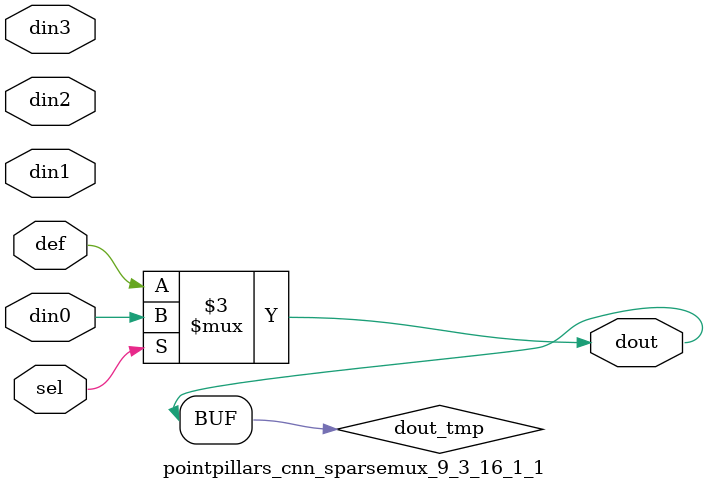
<source format=v>
`timescale 1ns / 1ps

(* DowngradeIPIdentifiedWarnings="yes" *) module pointpillars_cnn_sparsemux_9_3_16_1_1 (din0,din1,din2,din3,def,sel,dout);

parameter din0_WIDTH = 1;

parameter din1_WIDTH = 1;

parameter din2_WIDTH = 1;

parameter din3_WIDTH = 1;

parameter def_WIDTH = 1;
parameter sel_WIDTH = 1;
parameter dout_WIDTH = 1;

parameter [sel_WIDTH-1:0] CASE0 = 1;

parameter [sel_WIDTH-1:0] CASE1 = 1;

parameter [sel_WIDTH-1:0] CASE2 = 1;

parameter [sel_WIDTH-1:0] CASE3 = 1;

parameter ID = 1;
parameter NUM_STAGE = 1;



input [din0_WIDTH-1:0] din0;

input [din1_WIDTH-1:0] din1;

input [din2_WIDTH-1:0] din2;

input [din3_WIDTH-1:0] din3;

input [def_WIDTH-1:0] def;
input [sel_WIDTH-1:0] sel;

output [dout_WIDTH-1:0] dout;



reg [dout_WIDTH-1:0] dout_tmp;


always @ (*) begin
(* parallel_case *) case (sel)
    
    CASE0 : dout_tmp = din0;
    
    CASE1 : dout_tmp = din1;
    
    CASE2 : dout_tmp = din2;
    
    CASE3 : dout_tmp = din3;
    
    default : dout_tmp = def;
endcase
end


assign dout = dout_tmp;



endmodule

</source>
